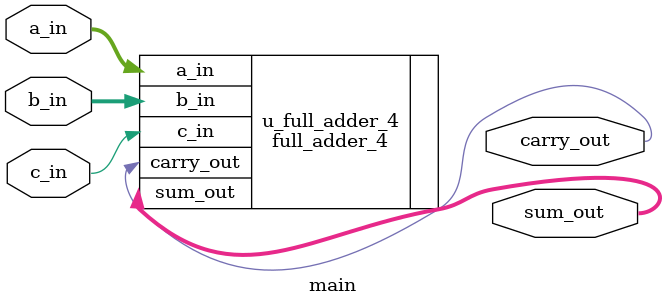
<source format=v>
module main (
    input   [3:0]   a_in,
    input   [3:0]   b_in,
    input           c_in,

    output  [3:0]   sum_out,
    output          carry_out
);
    
    full_adder_4 u_full_adder_4(
        .a_in      ( a_in[3:0] 	),
        .b_in      ( b_in[3:0] 	),
        .c_in      ( c_in      	),

        .sum_out   ( sum_out[3:0]),
        .carry_out ( carry_out 	)
    );

endmodule
</source>
